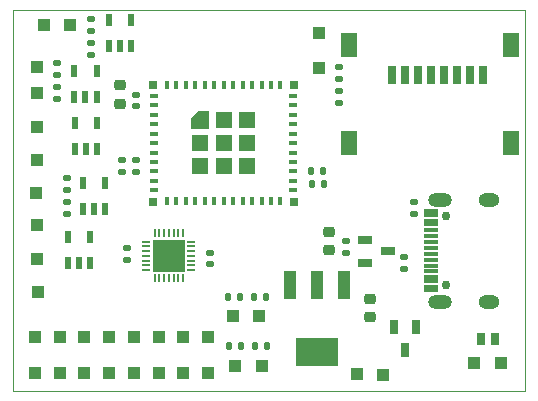
<source format=gbr>
%TF.GenerationSoftware,KiCad,Pcbnew,6.0.10-1.fc37*%
%TF.CreationDate,2023-01-09T06:29:55-08:00*%
%TF.ProjectId,data_logger_esp32c3,64617461-5f6c-46f6-9767-65725f657370,rev?*%
%TF.SameCoordinates,Original*%
%TF.FileFunction,Soldermask,Top*%
%TF.FilePolarity,Negative*%
%FSLAX46Y46*%
G04 Gerber Fmt 4.6, Leading zero omitted, Abs format (unit mm)*
G04 Created by KiCad (PCBNEW 6.0.10-1.fc37) date 2023-01-09 06:29:55*
%MOMM*%
%LPD*%
G01*
G04 APERTURE LIST*
G04 Aperture macros list*
%AMRoundRect*
0 Rectangle with rounded corners*
0 $1 Rounding radius*
0 $2 $3 $4 $5 $6 $7 $8 $9 X,Y pos of 4 corners*
0 Add a 4 corners polygon primitive as box body*
4,1,4,$2,$3,$4,$5,$6,$7,$8,$9,$2,$3,0*
0 Add four circle primitives for the rounded corners*
1,1,$1+$1,$2,$3*
1,1,$1+$1,$4,$5*
1,1,$1+$1,$6,$7*
1,1,$1+$1,$8,$9*
0 Add four rect primitives between the rounded corners*
20,1,$1+$1,$2,$3,$4,$5,0*
20,1,$1+$1,$4,$5,$6,$7,0*
20,1,$1+$1,$6,$7,$8,$9,0*
20,1,$1+$1,$8,$9,$2,$3,0*%
%AMFreePoly0*
4,1,6,0.725000,-0.725000,-0.725000,-0.725000,-0.725000,0.125000,-0.125000,0.725000,0.725000,0.725000,0.725000,-0.725000,0.725000,-0.725000,$1*%
G04 Aperture macros list end*
%TA.AperFunction,Profile*%
%ADD10C,0.100000*%
%TD*%
%ADD11R,0.599999X0.999998*%
%ADD12R,1.000000X1.000000*%
%ADD13RoundRect,0.135000X0.185000X-0.135000X0.185000X0.135000X-0.185000X0.135000X-0.185000X-0.135000X0*%
%ADD14RoundRect,0.140000X-0.170000X0.140000X-0.170000X-0.140000X0.170000X-0.140000X0.170000X0.140000X0*%
%ADD15RoundRect,0.135000X-0.185000X0.135000X-0.185000X-0.135000X0.185000X-0.135000X0.185000X0.135000X0*%
%ADD16RoundRect,0.225000X0.250000X-0.225000X0.250000X0.225000X-0.250000X0.225000X-0.250000X-0.225000X0*%
%ADD17R,0.799998X1.499997*%
%ADD18R,1.450010X1.999996*%
%ADD19RoundRect,0.135000X-0.135000X-0.185000X0.135000X-0.185000X0.135000X0.185000X-0.135000X0.185000X0*%
%ADD20RoundRect,0.135000X0.135000X0.185000X-0.135000X0.185000X-0.135000X-0.185000X0.135000X-0.185000X0*%
%ADD21R,0.800000X0.400000*%
%ADD22R,0.400000X0.800000*%
%ADD23R,1.450000X1.450000*%
%ADD24FreePoly0,0.000000*%
%ADD25R,0.700000X0.700000*%
%ADD26R,0.699999X1.250010*%
%ADD27R,0.699999X0.999998*%
%ADD28R,0.980008X2.469998*%
%ADD29R,3.599993X2.469998*%
%ADD30R,0.664997X0.200000*%
%ADD31R,0.200000X0.664997*%
%ADD32R,2.699995X2.699995*%
%ADD33RoundRect,0.140000X0.170000X-0.140000X0.170000X0.140000X-0.170000X0.140000X-0.170000X-0.140000X0*%
%ADD34C,0.750011*%
%ADD35O,1.999996X1.199998*%
%ADD36O,1.799996X1.199998*%
%ADD37R,1.299997X0.299999*%
%ADD38R,1.250010X0.699999*%
G04 APERTURE END LIST*
D10*
X98856800Y-49606200D02*
X142138400Y-49606200D01*
X142138400Y-49606200D02*
X142138400Y-81864200D01*
X142138400Y-81864200D02*
X98856800Y-81864200D01*
X98856800Y-81864200D02*
X98856800Y-49606200D01*
D11*
%TO.C,U5*%
X106923853Y-52637018D03*
X107873813Y-52637018D03*
X108823773Y-52637018D03*
X108823773Y-50436870D03*
X106923853Y-50436870D03*
%TD*%
D12*
%TO.C,IO13*%
X111157656Y-77292200D03*
%TD*%
%TO.C,DC-1*%
X140157200Y-79502000D03*
%TD*%
%TO.C,DC+1*%
X137820400Y-79502000D03*
%TD*%
D13*
%TO.C,R4*%
X109220000Y-63324200D03*
X109220000Y-62304200D03*
%TD*%
D14*
%TO.C,C1*%
X108026200Y-62334200D03*
X108026200Y-63294200D03*
%TD*%
D12*
%TO.C,IO11*%
X106963028Y-77292200D03*
%TD*%
%TO.C,IO5*%
X111157656Y-80391000D03*
%TD*%
D11*
%TO.C,U4*%
X104053653Y-61349218D03*
X105003613Y-61349218D03*
X105953573Y-61349218D03*
X105953573Y-59149070D03*
X104053653Y-59149070D03*
%TD*%
D15*
%TO.C,R2*%
X131902200Y-70508400D03*
X131902200Y-71528400D03*
%TD*%
D12*
%TO.C,VIN1*%
X130175000Y-80518000D03*
%TD*%
D16*
%TO.C,C2*%
X107873800Y-57544000D03*
X107873800Y-55994000D03*
%TD*%
D11*
%TO.C,U8*%
X103469453Y-71077418D03*
X104419413Y-71077418D03*
X105369373Y-71077418D03*
X105369373Y-68877270D03*
X103469453Y-68877270D03*
%TD*%
D13*
%TO.C,R1*%
X126415800Y-57456800D03*
X126415800Y-56436800D03*
%TD*%
D12*
%TO.C,IO15*%
X115352286Y-77292200D03*
%TD*%
D17*
%TO.C,SD1*%
X130911981Y-55142213D03*
X132012055Y-55142213D03*
X133112129Y-55142213D03*
X134211949Y-55142213D03*
X135312023Y-55142213D03*
X136412097Y-55142213D03*
X137511917Y-55142213D03*
X138611991Y-55142213D03*
D18*
X127232029Y-60841973D03*
X140991971Y-60841973D03*
X140991971Y-52542015D03*
X127232029Y-52542015D03*
%TD*%
D15*
%TO.C,R12*%
X103378000Y-63853600D03*
X103378000Y-64873600D03*
%TD*%
D12*
%TO.C,A2N1*%
X101473000Y-50850800D03*
%TD*%
D19*
%TO.C,R18*%
X124102400Y-64363600D03*
X125122400Y-64363600D03*
%TD*%
D15*
%TO.C,R6*%
X103378000Y-65911000D03*
X103378000Y-66931000D03*
%TD*%
D12*
%TO.C,A3N1*%
X100812600Y-56642000D03*
%TD*%
%TO.C,SDA1*%
X119890000Y-79781400D03*
%TD*%
%TO.C,TX0*%
X124739400Y-51587400D03*
%TD*%
%TO.C,IO0*%
X100671086Y-80391000D03*
%TD*%
D20*
%TO.C,R16*%
X120347200Y-78079600D03*
X119327200Y-78079600D03*
%TD*%
D12*
%TO.C,IO1*%
X102768400Y-80391000D03*
%TD*%
D15*
%TO.C,R5*%
X102565200Y-56106600D03*
X102565200Y-57126600D03*
%TD*%
D12*
%TO.C,A0N1*%
X100812600Y-62306200D03*
%TD*%
D19*
%TO.C,R17*%
X124077000Y-63271400D03*
X125097000Y-63271400D03*
%TD*%
D21*
%TO.C,U1*%
X110762200Y-56891400D03*
X110762200Y-57691400D03*
X110762200Y-58491400D03*
X110762200Y-59291400D03*
X110762200Y-60091400D03*
X110762200Y-60891400D03*
X110762200Y-61691400D03*
X110762200Y-62491400D03*
X110762200Y-63291400D03*
X110762200Y-64091400D03*
X110762200Y-64891400D03*
D22*
X111862200Y-65791400D03*
X112662200Y-65791400D03*
X113462200Y-65791400D03*
X114262200Y-65791400D03*
X115062200Y-65791400D03*
X115862200Y-65791400D03*
X116662200Y-65791400D03*
X117462200Y-65791400D03*
X118262200Y-65791400D03*
X119062200Y-65791400D03*
X119862200Y-65791400D03*
X120662200Y-65791400D03*
X121462200Y-65791400D03*
D21*
X122562200Y-64891400D03*
X122562200Y-64091400D03*
X122562200Y-63291400D03*
X122562200Y-62491400D03*
X122562200Y-61691400D03*
X122562200Y-60891400D03*
X122562200Y-60091400D03*
X122562200Y-59291400D03*
X122562200Y-58491400D03*
X122562200Y-57691400D03*
X122562200Y-56891400D03*
D22*
X121462200Y-55991400D03*
X120662200Y-55991400D03*
X119862200Y-55991400D03*
X119062200Y-55991400D03*
X118262200Y-55991400D03*
X117462200Y-55991400D03*
X116662200Y-55991400D03*
X115862200Y-55991400D03*
X115062200Y-55991400D03*
X114262200Y-55991400D03*
X113462200Y-55991400D03*
X112662200Y-55991400D03*
X111862200Y-55991400D03*
D23*
X118637200Y-58916400D03*
X116662200Y-62866400D03*
X116662200Y-58916400D03*
X118637200Y-60891400D03*
X114687200Y-62866400D03*
D24*
X114687200Y-58916400D03*
D23*
X118637200Y-62866400D03*
X114687200Y-60891400D03*
X116662200Y-60891400D03*
D25*
X122612200Y-55941400D03*
X122612200Y-65841400D03*
X110712200Y-65841400D03*
X110712200Y-55941400D03*
%TD*%
D12*
%TO.C,3V3*%
X127914400Y-80467200D03*
%TD*%
D15*
%TO.C,R11*%
X102539800Y-54074600D03*
X102539800Y-55094600D03*
%TD*%
D12*
%TO.C,IO6*%
X113254970Y-80391000D03*
%TD*%
%TO.C,IO3*%
X106963028Y-80391000D03*
%TD*%
D16*
%TO.C,C5*%
X129006600Y-75603400D03*
X129006600Y-74053400D03*
%TD*%
D15*
%TO.C,R10*%
X105435400Y-50366200D03*
X105435400Y-51386200D03*
%TD*%
D26*
%TO.C,U9*%
X132953760Y-76438436D03*
X131053840Y-76438436D03*
X132003800Y-78438432D03*
%TD*%
D12*
%TO.C,A3P1*%
X100863400Y-54483000D03*
%TD*%
D19*
%TO.C,R15*%
X117015800Y-73914000D03*
X118035800Y-73914000D03*
%TD*%
D11*
%TO.C,U6*%
X104002853Y-56980418D03*
X104952813Y-56980418D03*
X105902773Y-56980418D03*
X105902773Y-54780270D03*
X104002853Y-54780270D03*
%TD*%
D20*
%TO.C,R8*%
X118112000Y-78028800D03*
X117092000Y-78028800D03*
%TD*%
D27*
%TO.C,D1*%
X138449304Y-77495400D03*
X139649200Y-77495400D03*
%TD*%
D12*
%TO.C,A4P1*%
X100787200Y-65074800D03*
%TD*%
%TO.C,RX0*%
X124739400Y-54533800D03*
%TD*%
%TO.C,A4N1*%
X100812600Y-67792600D03*
%TD*%
D11*
%TO.C,U7*%
X104714053Y-66480018D03*
X105664013Y-66480018D03*
X106613973Y-66480018D03*
X106613973Y-64279870D03*
X104714053Y-64279870D03*
%TD*%
D28*
%TO.C,U2*%
X126886970Y-72892406D03*
X124587000Y-72892406D03*
X122287030Y-72892406D03*
D29*
X124587000Y-78562194D03*
%TD*%
D30*
%TO.C,U11*%
X110106460Y-69234304D03*
X110106460Y-69634100D03*
X110106460Y-70034150D03*
X110106460Y-70434200D03*
X110106460Y-70834250D03*
X110106460Y-71234300D03*
X110106460Y-71634096D03*
D31*
X110814104Y-72341740D03*
X111213900Y-72341740D03*
X111613950Y-72341740D03*
X112014000Y-72341740D03*
X112414050Y-72341740D03*
X112814100Y-72341740D03*
X113213896Y-72341740D03*
D30*
X113921540Y-71634096D03*
X113921540Y-71234300D03*
X113921540Y-70834250D03*
X113921540Y-70434200D03*
X113921540Y-70034150D03*
X113921540Y-69634100D03*
X113921540Y-69234304D03*
D31*
X113213896Y-68526660D03*
X112814100Y-68526660D03*
X112414050Y-68526660D03*
X112014000Y-68526660D03*
X111613950Y-68526660D03*
X111213900Y-68526660D03*
X110814104Y-68526660D03*
D32*
X112014000Y-70434200D03*
%TD*%
D33*
%TO.C,C3*%
X109220000Y-57782400D03*
X109220000Y-56822400D03*
%TD*%
D15*
%TO.C,R3*%
X126441200Y-54404800D03*
X126441200Y-55424800D03*
%TD*%
D12*
%TO.C,IO10*%
X104865714Y-77292200D03*
%TD*%
D19*
%TO.C,R14*%
X119200200Y-73888600D03*
X120220200Y-73888600D03*
%TD*%
D16*
%TO.C,C4*%
X125552200Y-69939200D03*
X125552200Y-68389200D03*
%TD*%
D34*
%TO.C,USB-C1*%
X135461756Y-72902318D03*
X135461756Y-67102482D03*
D35*
X134961630Y-74327512D03*
X134961630Y-65677288D03*
D36*
X139161520Y-65677288D03*
X139161520Y-74327512D03*
D37*
X134193280Y-73352406D03*
X134193280Y-72552306D03*
X134193280Y-71252334D03*
X134193280Y-70252336D03*
X134193280Y-69752464D03*
X134193280Y-68752720D03*
X134193280Y-67452240D03*
X134193280Y-66652394D03*
X134193280Y-66952368D03*
X134193280Y-67752468D03*
X134193280Y-68252340D03*
X134193280Y-69252338D03*
X134193280Y-70752462D03*
X134193280Y-71752460D03*
X134193280Y-72252332D03*
X134193280Y-73052432D03*
%TD*%
D12*
%TO.C,I2SN1*%
X100914200Y-73533000D03*
%TD*%
%TO.C,I2SP1*%
X100838000Y-70688200D03*
%TD*%
D38*
%TO.C,U10*%
X128610036Y-69103240D03*
X128610036Y-71003160D03*
X130610032Y-70053200D03*
%TD*%
D12*
%TO.C,NRESET1*%
X119659400Y-75488800D03*
%TD*%
D15*
%TO.C,R9*%
X127000000Y-69162200D03*
X127000000Y-70182200D03*
%TD*%
D12*
%TO.C,SCL1*%
X117652800Y-79730600D03*
%TD*%
D15*
%TO.C,R13*%
X105435400Y-52398200D03*
X105435400Y-53418200D03*
%TD*%
D12*
%TO.C,IO9*%
X102768400Y-77292200D03*
%TD*%
%TO.C,A0P1*%
X100838000Y-59537600D03*
%TD*%
%TO.C,IO8*%
X100671086Y-77292200D03*
%TD*%
D33*
%TO.C,C7*%
X108508800Y-70761800D03*
X108508800Y-69801800D03*
%TD*%
D15*
%TO.C,R7*%
X132740400Y-65834800D03*
X132740400Y-66854800D03*
%TD*%
D12*
%TO.C,IO2*%
X104865714Y-80391000D03*
%TD*%
%TO.C,IO4*%
X109060342Y-80391000D03*
%TD*%
%TO.C,A2P1*%
X103606600Y-50850800D03*
%TD*%
D14*
%TO.C,C6*%
X115493800Y-70182800D03*
X115493800Y-71142800D03*
%TD*%
D12*
%TO.C,IO14*%
X113254970Y-77292200D03*
%TD*%
%TO.C,NINT1*%
X117449600Y-75514200D03*
%TD*%
%TO.C,IO7*%
X115352286Y-80391000D03*
%TD*%
%TO.C,IO12*%
X109060342Y-77292200D03*
%TD*%
M02*

</source>
